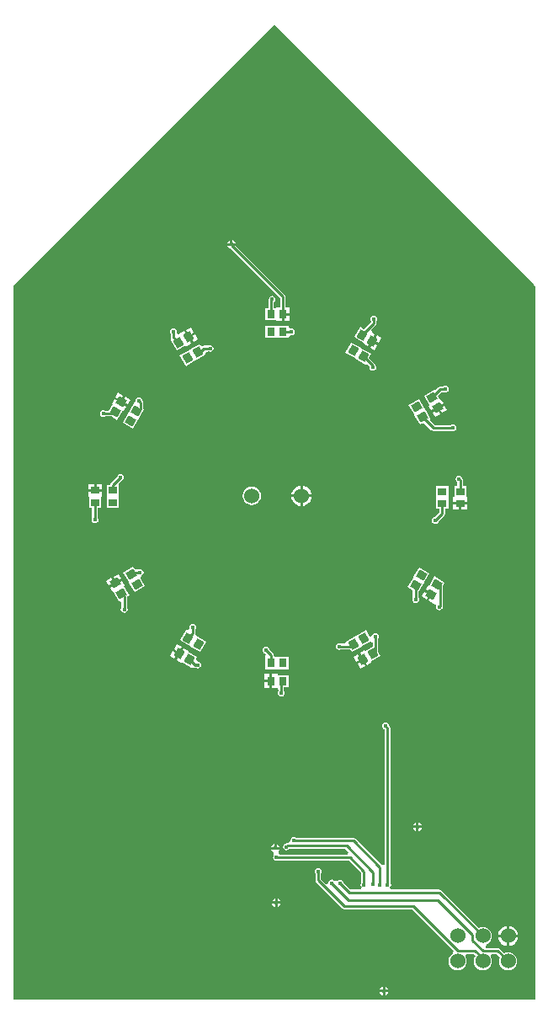
<source format=gtl>
G04*
G04 #@! TF.GenerationSoftware,Altium Limited,Altium Designer,18.1.9 (240)*
G04*
G04 Layer_Physical_Order=1*
G04 Layer_Color=255*
%FSLAX25Y25*%
%MOIN*%
G70*
G01*
G75*
%ADD10C,0.01000*%
G04:AMPARAMS|DCode=13|XSize=35.43mil|YSize=31.5mil|CornerRadius=0mil|HoleSize=0mil|Usage=FLASHONLY|Rotation=60.000|XOffset=0mil|YOffset=0mil|HoleType=Round|Shape=Rectangle|*
%AMROTATEDRECTD13*
4,1,4,0.00478,-0.02322,-0.02250,-0.00747,-0.00478,0.02322,0.02250,0.00747,0.00478,-0.02322,0.0*
%
%ADD13ROTATEDRECTD13*%

%ADD14R,0.03543X0.03150*%
G04:AMPARAMS|DCode=15|XSize=35.43mil|YSize=31.5mil|CornerRadius=0mil|HoleSize=0mil|Usage=FLASHONLY|Rotation=330.000|XOffset=0mil|YOffset=0mil|HoleType=Round|Shape=Rectangle|*
%AMROTATEDRECTD15*
4,1,4,-0.02322,-0.00478,-0.00747,0.02250,0.02322,0.00478,0.00747,-0.02250,-0.02322,-0.00478,0.0*
%
%ADD15ROTATEDRECTD15*%

%ADD16R,0.03150X0.03543*%
G04:AMPARAMS|DCode=17|XSize=35.43mil|YSize=31.5mil|CornerRadius=0mil|HoleSize=0mil|Usage=FLASHONLY|Rotation=30.000|XOffset=0mil|YOffset=0mil|HoleType=Round|Shape=Rectangle|*
%AMROTATEDRECTD17*
4,1,4,-0.00747,-0.02250,-0.02322,0.00478,0.00747,0.02250,0.02322,-0.00478,-0.00747,-0.02250,0.0*
%
%ADD17ROTATEDRECTD17*%

G04:AMPARAMS|DCode=18|XSize=35.43mil|YSize=31.5mil|CornerRadius=0mil|HoleSize=0mil|Usage=FLASHONLY|Rotation=300.000|XOffset=0mil|YOffset=0mil|HoleType=Round|Shape=Rectangle|*
%AMROTATEDRECTD18*
4,1,4,-0.02250,0.00747,0.00478,0.02322,0.02250,-0.00747,-0.00478,-0.02322,-0.02250,0.00747,0.0*
%
%ADD18ROTATEDRECTD18*%

%ADD26C,0.06000*%
%ADD27C,0.01500*%
G36*
X206700Y282500D02*
X206700Y0D01*
X-100D01*
Y282602D01*
X103249Y385951D01*
X206700Y282500D01*
D02*
G37*
%LPC*%
G36*
X86800Y300585D02*
Y299400D01*
X87985D01*
X87949Y299583D01*
X87562Y300162D01*
X86983Y300549D01*
X86800Y300585D01*
D02*
G37*
G36*
X85800D02*
X85617Y300549D01*
X85038Y300162D01*
X84651Y299583D01*
X84615Y299400D01*
X85800D01*
Y300585D01*
D02*
G37*
G36*
X88186Y298400D02*
X84615D01*
X84651Y298217D01*
X85038Y297638D01*
X85617Y297252D01*
X86298Y297116D01*
X105641Y277773D01*
Y274115D01*
X104187D01*
Y273715D01*
X103159D01*
Y276017D01*
X103473Y276227D01*
X103772Y276673D01*
X103876Y277200D01*
X103772Y277727D01*
X103473Y278173D01*
X103027Y278472D01*
X102500Y278576D01*
X101973Y278472D01*
X101527Y278173D01*
X101228Y277727D01*
X101166Y277413D01*
X101002Y277167D01*
X100916Y276738D01*
X100916Y276738D01*
Y273715D01*
X99863D01*
Y268972D01*
X104187D01*
Y268572D01*
X106262D01*
Y271343D01*
X106762D01*
Y271843D01*
X109337D01*
Y274115D01*
X107884D01*
Y278238D01*
X107884Y278238D01*
X107798Y278667D01*
X107555Y279031D01*
X88186Y298400D01*
D02*
G37*
G36*
X109337Y270843D02*
X107262D01*
Y268572D01*
X109337D01*
Y270843D01*
D02*
G37*
G36*
X142700Y270777D02*
X142173Y270672D01*
X141727Y270373D01*
X141428Y269927D01*
X141324Y269400D01*
X141428Y268873D01*
X141578Y268649D01*
Y268188D01*
X138856Y265466D01*
X137428Y266291D01*
X135057Y262183D01*
X138802Y260021D01*
X138602Y259675D01*
X140399Y258637D01*
X141784Y261037D01*
X143170Y263438D01*
X142057Y264081D01*
X141893Y265330D01*
X143493Y266931D01*
X143493Y266931D01*
X143736Y267295D01*
X143822Y267724D01*
Y268649D01*
X143972Y268873D01*
X144076Y269400D01*
X143972Y269927D01*
X143673Y270373D01*
X143227Y270672D01*
X142700Y270777D01*
D02*
G37*
G36*
X70344Y266137D02*
X68547Y265100D01*
X69683Y263133D01*
X71480Y264170D01*
X70344Y266137D01*
D02*
G37*
G36*
X104587Y266628D02*
X103587Y266628D01*
X99863D01*
Y261885D01*
X103587D01*
X104213Y261885D01*
X105213Y261885D01*
X108937D01*
Y262245D01*
X109128Y262449D01*
X109937Y262924D01*
X110157Y262880D01*
X110683Y262985D01*
X111130Y263283D01*
X111428Y263730D01*
X111533Y264257D01*
X111428Y264783D01*
X111130Y265230D01*
X110683Y265528D01*
X110157Y265633D01*
X109937Y265589D01*
X109128Y266065D01*
X108937Y266268D01*
Y266628D01*
X104587Y266628D01*
D02*
G37*
G36*
X71980Y263304D02*
X70183Y262267D01*
X71319Y260299D01*
X73116Y261337D01*
X71980Y263304D01*
D02*
G37*
G36*
X144036Y262938D02*
X142900Y260970D01*
X144697Y259933D01*
X145833Y261900D01*
X144036Y262938D01*
D02*
G37*
G36*
X63400Y265676D02*
X62873Y265572D01*
X62427Y265273D01*
X62128Y264827D01*
X62024Y264300D01*
X62128Y263773D01*
X62278Y263549D01*
Y262250D01*
X62278Y262250D01*
X62331Y261985D01*
X62339Y261054D01*
X62339Y261054D01*
X62339D01*
X64711Y256946D01*
X68456Y259108D01*
X68656Y258762D01*
X70453Y259799D01*
X69067Y262200D01*
X67681Y264600D01*
X65884Y263563D01*
X65884Y263563D01*
X65548Y263421D01*
X64751Y264171D01*
X64776Y264300D01*
X64672Y264827D01*
X64373Y265273D01*
X63927Y265572D01*
X63400Y265676D01*
D02*
G37*
G36*
X142400Y260104D02*
X141265Y258137D01*
X143061Y257100D01*
X144197Y259067D01*
X142400Y260104D01*
D02*
G37*
G36*
X73741Y259454D02*
X70516Y257592D01*
X69974Y257279D01*
X69108Y256779D01*
X65883Y254917D01*
X68254Y250809D01*
X71480Y252671D01*
X72021Y252984D01*
X72887Y253484D01*
X76113Y255346D01*
X76072Y255417D01*
X76555Y256371D01*
X77373Y256528D01*
X77900Y256423D01*
X78427Y256528D01*
X78873Y256827D01*
X79172Y257273D01*
X79276Y257800D01*
X79172Y258327D01*
X78873Y258773D01*
X78427Y259072D01*
X77900Y259176D01*
X77373Y259072D01*
X77149Y258922D01*
X75505D01*
X75076Y258836D01*
X74019Y259086D01*
X73907Y259166D01*
X73741Y259454D01*
D02*
G37*
G36*
X133885Y260154D02*
X131513Y256046D01*
X134739Y254184D01*
X135605Y253684D01*
X136146Y253371D01*
X139372Y251509D01*
X139372Y251509D01*
X140129Y251609D01*
X141009Y250729D01*
X140924Y250300D01*
X141028Y249773D01*
X141327Y249327D01*
X141773Y249028D01*
X142300Y248923D01*
X142827Y249028D01*
X143273Y249327D01*
X143572Y249773D01*
X143676Y250300D01*
X143572Y250827D01*
X143414Y251063D01*
X143336Y251454D01*
X143093Y251817D01*
X140847Y254064D01*
X141743Y255617D01*
X138518Y257479D01*
X137652Y257979D01*
X137110Y258292D01*
X133885Y260154D01*
D02*
G37*
G36*
X171000Y242976D02*
X170473Y242872D01*
X170249Y242722D01*
X169046D01*
X169046Y242722D01*
X168617Y242636D01*
X168253Y242393D01*
X168253Y242393D01*
X167161Y241301D01*
X166704Y241361D01*
X166704Y241361D01*
X162596Y238989D01*
X164759Y235244D01*
X164412Y235044D01*
X165450Y233247D01*
X167850Y234633D01*
X170250Y236019D01*
X169213Y237816D01*
X168867Y237616D01*
X168054Y239022D01*
X169511Y240478D01*
X170249D01*
X170473Y240328D01*
X171000Y240224D01*
X171527Y240328D01*
X171973Y240627D01*
X172272Y241073D01*
X172376Y241600D01*
X172272Y242127D01*
X171973Y242573D01*
X171527Y242872D01*
X171000Y242976D01*
D02*
G37*
G36*
X41500Y240233D02*
X40462Y238436D01*
X42430Y237300D01*
X43467Y239097D01*
X41500Y240233D01*
D02*
G37*
G36*
X44333Y238597D02*
X43295Y236800D01*
X45263Y235665D01*
X46300Y237461D01*
X44333Y238597D01*
D02*
G37*
G36*
X39962Y237570D02*
X38925Y235773D01*
X39271Y235573D01*
X37856Y233121D01*
X36451D01*
X36227Y233272D01*
X35700Y233377D01*
X35173Y233272D01*
X34727Y232973D01*
X34428Y232527D01*
X34324Y232000D01*
X34428Y231473D01*
X34727Y231027D01*
X35173Y230728D01*
X35700Y230624D01*
X36227Y230728D01*
X36451Y230878D01*
X38754D01*
X41217Y229457D01*
X43379Y233202D01*
X43725Y233002D01*
X44763Y234799D01*
X42362Y236184D01*
X39962Y237570D01*
D02*
G37*
G36*
X170750Y235153D02*
X168783Y234017D01*
X169820Y232220D01*
X171788Y233356D01*
X170750Y235153D01*
D02*
G37*
G36*
X167917Y233517D02*
X165950Y232381D01*
X166987Y230584D01*
X168954Y231720D01*
X167917Y233517D01*
D02*
G37*
G36*
X49800Y238476D02*
X49273Y238372D01*
X48827Y238073D01*
X48528Y237627D01*
X48424Y237100D01*
X48462Y236906D01*
X47783Y236143D01*
X47783Y236143D01*
X45921Y232918D01*
X45421Y232052D01*
X45108Y231510D01*
X43246Y228285D01*
X47354Y225913D01*
X49216Y229139D01*
X49716Y230005D01*
X50029Y230546D01*
X51891Y233772D01*
X51522Y233985D01*
Y236500D01*
X51522Y236500D01*
X51436Y236929D01*
X51193Y237293D01*
X51193Y237293D01*
X51124Y237362D01*
X51072Y237627D01*
X50773Y238073D01*
X50327Y238372D01*
X49800Y238476D01*
D02*
G37*
G36*
X160567Y237817D02*
X156459Y235446D01*
X158321Y232220D01*
X158634Y231679D01*
X159134Y230813D01*
X160996Y227587D01*
X162549Y228484D01*
X165526Y225507D01*
X165890Y225264D01*
X166320Y225178D01*
X166320Y225179D01*
X173249D01*
X173473Y225028D01*
X174000Y224923D01*
X174527Y225028D01*
X174973Y225327D01*
X175272Y225773D01*
X175376Y226300D01*
X175272Y226827D01*
X174973Y227273D01*
X174527Y227572D01*
X174000Y227677D01*
X173473Y227572D01*
X173249Y227421D01*
X166784D01*
X165004Y229201D01*
X165104Y229959D01*
X165104Y229959D01*
X163242Y233185D01*
X162929Y233726D01*
X162429Y234592D01*
X160567Y237817D01*
D02*
G37*
G36*
X42500Y208176D02*
X41973Y208072D01*
X41527Y207773D01*
X41228Y207327D01*
X41176Y207062D01*
X38707Y204593D01*
X38464Y204229D01*
X38378Y203800D01*
X37416Y203699D01*
X37128D01*
Y199975D01*
X37128Y199350D01*
X37128Y198350D01*
Y194625D01*
X41872D01*
Y198350D01*
X41872Y198975D01*
X41872Y199975D01*
Y203699D01*
X41872D01*
X41612Y204326D01*
X42762Y205476D01*
X43027Y205528D01*
X43473Y205827D01*
X43772Y206273D01*
X43876Y206800D01*
X43772Y207327D01*
X43473Y207773D01*
X43027Y208072D01*
X42500Y208176D01*
D02*
G37*
G36*
X35185Y204099D02*
X32913D01*
Y202024D01*
X35185D01*
Y204099D01*
D02*
G37*
G36*
X31913D02*
X29642D01*
Y202024D01*
X31913D01*
Y204099D01*
D02*
G37*
G36*
X114600Y203369D02*
Y199900D01*
X118069D01*
X117997Y200444D01*
X117594Y201417D01*
X116953Y202253D01*
X116117Y202894D01*
X115144Y203297D01*
X114600Y203369D01*
D02*
G37*
G36*
X113600D02*
X113056Y203297D01*
X112083Y202894D01*
X111247Y202253D01*
X110606Y201417D01*
X110203Y200444D01*
X110131Y199900D01*
X113600D01*
Y203369D01*
D02*
G37*
G36*
X176500Y207476D02*
X175973Y207372D01*
X175527Y207073D01*
X175228Y206627D01*
X175124Y206100D01*
X175228Y205573D01*
X175527Y205127D01*
X175822Y204930D01*
Y203337D01*
X174572D01*
Y199013D01*
X174172D01*
Y196938D01*
X179715D01*
Y199013D01*
X179315D01*
Y203337D01*
X178065D01*
Y205657D01*
X178065Y205657D01*
X177980Y206086D01*
X177837Y206299D01*
X177772Y206627D01*
X177473Y207073D01*
X177027Y207372D01*
X176500Y207476D01*
D02*
G37*
G36*
X94415Y203031D02*
X93475Y202907D01*
X92599Y202545D01*
X91847Y201968D01*
X91270Y201216D01*
X90908Y200340D01*
X90784Y199400D01*
X90908Y198460D01*
X91270Y197584D01*
X91847Y196832D01*
X92599Y196255D01*
X93475Y195893D01*
X94415Y195769D01*
X95355Y195893D01*
X96231Y196255D01*
X96983Y196832D01*
X97560Y197584D01*
X97922Y198460D01*
X98046Y199400D01*
X97922Y200340D01*
X97560Y201216D01*
X96983Y201968D01*
X96231Y202545D01*
X95355Y202907D01*
X94415Y203031D01*
D02*
G37*
G36*
X118069Y198900D02*
X114600D01*
Y195431D01*
X115144Y195503D01*
X116117Y195906D01*
X116953Y196547D01*
X117594Y197383D01*
X117997Y198356D01*
X118069Y198900D01*
D02*
G37*
G36*
X113600D02*
X110131D01*
X110203Y198356D01*
X110606Y197383D01*
X111247Y196547D01*
X112083Y195906D01*
X113056Y195503D01*
X113600Y195431D01*
Y198900D01*
D02*
G37*
G36*
X179715Y195938D02*
X177443D01*
Y193863D01*
X179715D01*
Y195938D01*
D02*
G37*
G36*
X176443D02*
X174172D01*
Y193863D01*
X176443D01*
Y195938D01*
D02*
G37*
G36*
X35185Y201024D02*
X32413D01*
X29642D01*
Y198950D01*
X30042D01*
Y194625D01*
X31178D01*
Y190651D01*
X31028Y190427D01*
X30924Y189900D01*
X31028Y189373D01*
X31327Y188927D01*
X31773Y188628D01*
X32300Y188524D01*
X32827Y188628D01*
X33273Y188927D01*
X33572Y189373D01*
X33676Y189900D01*
X33572Y190427D01*
X33422Y190651D01*
Y194625D01*
X34785D01*
Y198950D01*
X35185D01*
Y201024D01*
D02*
G37*
G36*
X172228Y203337D02*
X167485D01*
Y199613D01*
X167485Y198987D01*
X167485Y197987D01*
Y194263D01*
X168735D01*
Y192821D01*
X166838Y190924D01*
X166573Y190872D01*
X166127Y190573D01*
X165828Y190127D01*
X165724Y189600D01*
X165828Y189073D01*
X166127Y188627D01*
X166573Y188328D01*
X167100Y188224D01*
X167627Y188328D01*
X168073Y188627D01*
X168372Y189073D01*
X168424Y189338D01*
X170650Y191564D01*
X170650Y191564D01*
X170893Y191928D01*
X170978Y192357D01*
X170978Y192357D01*
Y194263D01*
X172228D01*
Y197987D01*
X172228Y198613D01*
X172228Y199613D01*
Y203337D01*
D02*
G37*
G36*
X41563Y168490D02*
X39596Y167354D01*
X40633Y165557D01*
X42601Y166693D01*
X41563Y168490D01*
D02*
G37*
G36*
X38730Y166854D02*
X36763Y165718D01*
X37800Y163921D01*
X39767Y165057D01*
X38730Y166854D01*
D02*
G37*
G36*
X166783Y167543D02*
X164621Y163798D01*
X164275Y163998D01*
X163237Y162201D01*
X165638Y160816D01*
X165387Y160383D01*
X165821Y160133D01*
X164533Y157903D01*
X166500Y156767D01*
D01*
X167419Y156358D01*
X167484Y156111D01*
X167428Y156027D01*
X167324Y155500D01*
X167428Y154973D01*
X167727Y154527D01*
X168173Y154228D01*
X168700Y154124D01*
X169227Y154228D01*
X169673Y154527D01*
X169972Y154973D01*
X170076Y155500D01*
X170031Y155730D01*
Y163682D01*
X170891Y165172D01*
X166783Y167543D01*
D02*
G37*
G36*
X47554Y171487D02*
X43446Y169115D01*
X45308Y165890D01*
X45621Y165348D01*
X46121Y164482D01*
X47983Y161257D01*
X52091Y163628D01*
X50280Y166766D01*
X50727Y167828D01*
X50795Y167874D01*
X51173Y168127D01*
X51472Y168573D01*
X51576Y169100D01*
X51472Y169627D01*
X51173Y170073D01*
X50727Y170372D01*
X50200Y170476D01*
X49673Y170372D01*
X49449Y170222D01*
X48284D01*
X47554Y171487D01*
D02*
G37*
G36*
X162737Y161335D02*
X161700Y159539D01*
X163667Y158403D01*
X164705Y160200D01*
X162737Y161335D01*
D02*
G37*
G36*
X160646Y171087D02*
X158784Y167861D01*
X158284Y166995D01*
X157971Y166454D01*
X156109Y163228D01*
X158178Y162033D01*
Y159151D01*
X158028Y158927D01*
X157924Y158400D01*
X158028Y157873D01*
X158327Y157427D01*
X158773Y157128D01*
X159300Y157024D01*
X159827Y157128D01*
X160273Y157427D01*
X160572Y157873D01*
X160676Y158400D01*
X160572Y158927D01*
X160422Y159151D01*
Y161211D01*
X162079Y164082D01*
X162579Y164948D01*
X162892Y165490D01*
X164754Y168715D01*
X160646Y171087D01*
D02*
G37*
G36*
X43101Y165827D02*
X40700Y164441D01*
X38300Y163055D01*
X39337Y161258D01*
X39684Y161458D01*
X41846Y157713D01*
X41912Y157752D01*
X42778Y157252D01*
Y155251D01*
X42628Y155027D01*
X42524Y154500D01*
X42628Y153973D01*
X42927Y153527D01*
X43373Y153228D01*
X43900Y153124D01*
X44427Y153228D01*
X44873Y153527D01*
X45172Y153973D01*
X45276Y154500D01*
X45172Y155027D01*
X45022Y155251D01*
Y159547D01*
X45954Y160085D01*
X43792Y163830D01*
X44138Y164030D01*
X43101Y165827D01*
D02*
G37*
G36*
X71100Y148776D02*
X70573Y148672D01*
X70127Y148373D01*
X69828Y147927D01*
X69724Y147400D01*
X69828Y146873D01*
X69130Y146119D01*
X68978Y146031D01*
X68528Y146291D01*
X66157Y142183D01*
X69382Y140321D01*
X70248Y139821D01*
X70790Y139508D01*
X74015Y137646D01*
X76387Y141754D01*
X73161Y143616D01*
X72818Y143815D01*
X72448Y144237D01*
X72166Y144745D01*
X72222Y145024D01*
X72222Y145024D01*
Y146649D01*
X72372Y146873D01*
X72476Y147400D01*
X72372Y147927D01*
X72073Y148373D01*
X71627Y148672D01*
X71100Y148776D01*
D02*
G37*
G36*
X139572Y146291D02*
X136346Y144429D01*
X135805Y144116D01*
X134939Y143616D01*
X131713Y141754D01*
Y141754D01*
X131233Y140922D01*
X129851D01*
X129627Y141072D01*
X129100Y141176D01*
X128573Y141072D01*
X128127Y140773D01*
X127828Y140327D01*
X127724Y139800D01*
X127828Y139273D01*
X128127Y138827D01*
X128573Y138528D01*
X129100Y138424D01*
X129627Y138528D01*
X129851Y138678D01*
X133489D01*
X134085Y137646D01*
X137310Y139508D01*
X137852Y139821D01*
X138718Y140321D01*
X141278Y141799D01*
X142278Y141222D01*
Y139671D01*
X139370Y137992D01*
X139170Y138338D01*
X137373Y137301D01*
X138759Y134900D01*
X140145Y132500D01*
X141942Y133537D01*
X141742Y133884D01*
X145487Y136046D01*
X144481Y137789D01*
X144522Y137995D01*
Y143049D01*
X144672Y143273D01*
X144776Y143800D01*
X144672Y144327D01*
X144373Y144773D01*
X143927Y145072D01*
X143400Y145176D01*
X142873Y145072D01*
X142427Y144773D01*
X142128Y144327D01*
X142060Y143982D01*
X141463Y143746D01*
X141063Y143708D01*
X139572Y146291D01*
D02*
G37*
G36*
X64839Y140700D02*
X63703Y138733D01*
X65500Y137696D01*
X66635Y139663D01*
X64839Y140700D01*
D02*
G37*
G36*
X63203Y137867D02*
X62067Y135900D01*
X63864Y134862D01*
X65000Y136829D01*
X63203Y137867D01*
D02*
G37*
G36*
X136507Y136801D02*
X134710Y135763D01*
X135846Y133796D01*
X137643Y134833D01*
X136507Y136801D01*
D02*
G37*
G36*
X67501Y139163D02*
X66116Y136762D01*
X64730Y134362D01*
X66527Y133325D01*
X66727Y133671D01*
X70472Y131509D01*
Y131509D01*
X71495Y131464D01*
X71924Y131378D01*
X72249D01*
X72473Y131228D01*
X73000Y131124D01*
X73527Y131228D01*
X73973Y131527D01*
X74272Y131973D01*
X74376Y132500D01*
X74272Y133027D01*
X73973Y133473D01*
X73527Y133772D01*
X73000Y133876D01*
X72992Y133875D01*
X72353Y134767D01*
X72843Y135617D01*
X69098Y137779D01*
X69298Y138125D01*
X67501Y139163D01*
D02*
G37*
G36*
X138143Y133967D02*
X136346Y132930D01*
X137482Y130963D01*
X139279Y132000D01*
X138143Y133967D01*
D02*
G37*
G36*
X100000Y139776D02*
X99473Y139672D01*
X99027Y139373D01*
X98728Y138927D01*
X98624Y138400D01*
X98728Y137873D01*
X99027Y137427D01*
X99473Y137128D01*
X99511Y137121D01*
X99895Y136536D01*
X99825Y135558D01*
X99825D01*
Y130815D01*
X103550D01*
X104175Y130815D01*
X105175Y130815D01*
X108899D01*
Y135558D01*
X105175D01*
X104550Y135558D01*
X103626Y135558D01*
X103122Y136400D01*
X103036Y136829D01*
X102793Y137193D01*
X102793Y137193D01*
X101324Y138662D01*
X101272Y138927D01*
X100973Y139373D01*
X100527Y139672D01*
X100000Y139776D01*
D02*
G37*
G36*
X101500Y128872D02*
X99425D01*
Y126600D01*
X101500D01*
Y128872D01*
D02*
G37*
G36*
Y125600D02*
X99425D01*
Y123328D01*
X101500D01*
Y125600D01*
D02*
G37*
G36*
X104575Y128872D02*
X102500D01*
Y126100D01*
Y123328D01*
X104575D01*
X104978Y122495D01*
Y122151D01*
X104828Y121927D01*
X104724Y121400D01*
X104828Y120873D01*
X105127Y120427D01*
X105573Y120128D01*
X106100Y120024D01*
X106627Y120128D01*
X107073Y120427D01*
X107372Y120873D01*
X107476Y121400D01*
X107372Y121927D01*
X107222Y122151D01*
Y123728D01*
X108899D01*
Y128472D01*
X104575D01*
Y128872D01*
D02*
G37*
G36*
X160550Y70134D02*
Y68950D01*
X161734D01*
X161698Y69132D01*
X161311Y69711D01*
X160732Y70098D01*
X160550Y70134D01*
D02*
G37*
G36*
X159550D02*
X159367Y70098D01*
X158788Y69711D01*
X158401Y69132D01*
X158365Y68950D01*
X159550D01*
Y70134D01*
D02*
G37*
G36*
X161734Y67950D02*
X160550D01*
Y66765D01*
X160732Y66801D01*
X161311Y67188D01*
X161698Y67767D01*
X161734Y67950D01*
D02*
G37*
G36*
X159550D02*
X158365D01*
X158401Y67767D01*
X158788Y67188D01*
X159367Y66801D01*
X159550Y66765D01*
Y67950D01*
D02*
G37*
G36*
X104300Y61585D02*
Y60400D01*
X105485D01*
X105448Y60583D01*
X105062Y61162D01*
X104483Y61549D01*
X104300Y61585D01*
D02*
G37*
G36*
X103300D02*
X103117Y61549D01*
X102538Y61162D01*
X102152Y60583D01*
X102115Y60400D01*
X103300D01*
Y61585D01*
D02*
G37*
G36*
X147300Y109776D02*
X146773Y109672D01*
X146327Y109373D01*
X146028Y108927D01*
X145924Y108400D01*
X146028Y107873D01*
X146327Y107427D01*
X146773Y107128D01*
X147038Y107076D01*
X147067Y107047D01*
Y53486D01*
X146067Y53183D01*
X145993Y53293D01*
X145993Y53293D01*
X135493Y63793D01*
X135129Y64036D01*
X134700Y64122D01*
X134700Y64122D01*
X111951D01*
X111727Y64272D01*
X111200Y64376D01*
X110673Y64272D01*
X110227Y63973D01*
X109928Y63527D01*
X109824Y63000D01*
X109829Y62972D01*
X109196Y62038D01*
X109086Y61972D01*
X108551D01*
X108122Y61887D01*
X108066Y61850D01*
X107673Y61772D01*
X107227Y61473D01*
X106928Y61027D01*
X106824Y60500D01*
X106928Y59973D01*
X107227Y59527D01*
X107673Y59228D01*
X108200Y59124D01*
X108727Y59228D01*
X109173Y59527D01*
X109309Y59729D01*
X131485D01*
X132792Y58422D01*
X132378Y57422D01*
X105421D01*
X104897Y58399D01*
X104928Y58549D01*
X105062Y58638D01*
X105448Y59217D01*
X105485Y59400D01*
X102115D01*
X102152Y59217D01*
X102538Y58638D01*
X103004Y58327D01*
X103208Y57437D01*
X103227Y57273D01*
X102928Y56827D01*
X102823Y56300D01*
X102928Y55773D01*
X103227Y55327D01*
X103673Y55028D01*
X104200Y54924D01*
X104727Y55028D01*
X104951Y55178D01*
X132935D01*
X137752Y50361D01*
Y46263D01*
X137602Y46038D01*
X137498Y45512D01*
X137602Y44985D01*
X137901Y44539D01*
X137926Y44522D01*
X137623Y43522D01*
X133446D01*
X130615Y46352D01*
X130562Y46617D01*
X130264Y47064D01*
X129817Y47362D01*
X129291Y47467D01*
X128764Y47362D01*
X128317Y47064D01*
X128288Y47020D01*
X128278Y47016D01*
X127162Y47043D01*
X127114Y47114D01*
X126668Y47413D01*
X126141Y47517D01*
X125614Y47413D01*
X125168Y47114D01*
X124869Y46668D01*
X124765Y46141D01*
X124766Y46135D01*
X123844Y45642D01*
X121822Y47665D01*
Y49949D01*
X121972Y50173D01*
X122076Y50700D01*
X121972Y51227D01*
X121673Y51673D01*
X121227Y51972D01*
X120700Y52076D01*
X120173Y51972D01*
X119727Y51673D01*
X119428Y51227D01*
X119324Y50700D01*
X119428Y50173D01*
X119578Y49949D01*
Y47200D01*
X119578Y47200D01*
X119664Y46771D01*
X119907Y46407D01*
X130207Y36107D01*
X130571Y35864D01*
X131000Y35778D01*
X131000Y35778D01*
X157937D01*
X174229Y19487D01*
X174091Y18399D01*
X174012Y18289D01*
X173332Y17767D01*
X172755Y17016D01*
X172393Y16140D01*
X172269Y15200D01*
X172393Y14260D01*
X172755Y13385D01*
X173332Y12632D01*
X174084Y12055D01*
X174960Y11693D01*
X175900Y11569D01*
X176840Y11693D01*
X177716Y12055D01*
X178468Y12632D01*
X179045Y13385D01*
X179407Y14260D01*
X179531Y15200D01*
X179407Y16140D01*
X179045Y17016D01*
X178920Y17178D01*
X179413Y18179D01*
X182335D01*
X183078Y17436D01*
X182755Y17016D01*
X182393Y16140D01*
X182269Y15200D01*
X182393Y14260D01*
X182755Y13385D01*
X183332Y12632D01*
X184084Y12055D01*
X184960Y11693D01*
X185900Y11569D01*
X186840Y11693D01*
X187715Y12055D01*
X188468Y12632D01*
X189045Y13385D01*
X189407Y14260D01*
X189531Y15200D01*
X189407Y16140D01*
X189045Y17016D01*
X188920Y17178D01*
X189413Y18179D01*
X191335D01*
X192680Y16834D01*
X192393Y16140D01*
X192269Y15200D01*
X192393Y14260D01*
X192755Y13385D01*
X193332Y12632D01*
X194085Y12055D01*
X194960Y11693D01*
X195900Y11569D01*
X196840Y11693D01*
X197715Y12055D01*
X198468Y12632D01*
X199045Y13385D01*
X199407Y14260D01*
X199531Y15200D01*
X199407Y16140D01*
X199045Y17016D01*
X198468Y17767D01*
X197715Y18345D01*
X196840Y18707D01*
X195900Y18831D01*
X194960Y18707D01*
X194266Y18420D01*
X192593Y20093D01*
X192229Y20336D01*
X191800Y20422D01*
X191800Y20422D01*
X187270D01*
X187040Y20742D01*
X187030Y20794D01*
X187418Y21932D01*
X187715Y22055D01*
X188468Y22633D01*
X189045Y23384D01*
X189407Y24260D01*
X189531Y25200D01*
X189407Y26140D01*
X189045Y27016D01*
X188468Y27768D01*
X187715Y28345D01*
X186840Y28707D01*
X185900Y28831D01*
X184960Y28707D01*
X184266Y28420D01*
X169493Y43193D01*
X169129Y43436D01*
X168700Y43522D01*
X168700Y43522D01*
X149440D01*
X149136Y44522D01*
X149162Y44539D01*
X149460Y44985D01*
X149565Y45512D01*
X149460Y46038D01*
X149310Y46263D01*
Y107512D01*
X149310Y107512D01*
X149224Y107941D01*
X148981Y108305D01*
X148624Y108662D01*
X148572Y108927D01*
X148273Y109373D01*
X147827Y109672D01*
X147300Y109776D01*
D02*
G37*
G36*
X104700Y40085D02*
Y38900D01*
X105885D01*
X105849Y39083D01*
X105462Y39662D01*
X104883Y40049D01*
X104700Y40085D01*
D02*
G37*
G36*
X103700D02*
X103517Y40049D01*
X102938Y39662D01*
X102551Y39083D01*
X102515Y38900D01*
X103700D01*
Y40085D01*
D02*
G37*
G36*
X105885Y37900D02*
X104700D01*
Y36715D01*
X104883Y36751D01*
X105462Y37138D01*
X105849Y37717D01*
X105885Y37900D01*
D02*
G37*
G36*
X103700D02*
X102515D01*
X102551Y37717D01*
X102938Y37138D01*
X103517Y36751D01*
X103700Y36715D01*
Y37900D01*
D02*
G37*
G36*
X196400Y29169D02*
Y25700D01*
X199869D01*
X199797Y26244D01*
X199394Y27217D01*
X198753Y28053D01*
X197917Y28694D01*
X196944Y29097D01*
X196400Y29169D01*
D02*
G37*
G36*
X195400D02*
X194856Y29097D01*
X193883Y28694D01*
X193047Y28053D01*
X192406Y27217D01*
X192003Y26244D01*
X191931Y25700D01*
X195400D01*
Y29169D01*
D02*
G37*
G36*
X199869Y24700D02*
X196400D01*
Y21231D01*
X196944Y21303D01*
X197917Y21706D01*
X198753Y22347D01*
X199394Y23183D01*
X199797Y24156D01*
X199869Y24700D01*
D02*
G37*
G36*
X195400D02*
X191931D01*
X192003Y24156D01*
X192406Y23183D01*
X193047Y22347D01*
X193883Y21706D01*
X194856Y21303D01*
X195400Y21231D01*
Y24700D01*
D02*
G37*
G36*
X147238Y5123D02*
Y3938D01*
X148423D01*
X148386Y4121D01*
X148000Y4699D01*
X147421Y5086D01*
X147238Y5123D01*
D02*
G37*
G36*
X146238D02*
X146055Y5086D01*
X145476Y4699D01*
X145089Y4121D01*
X145053Y3938D01*
X146238D01*
Y5123D01*
D02*
G37*
G36*
X148423Y2938D02*
X147238D01*
Y1753D01*
X147421Y1789D01*
X148000Y2176D01*
X148386Y2755D01*
X148423Y2938D01*
D02*
G37*
G36*
X146238D02*
X145053D01*
X145089Y2755D01*
X145476Y2176D01*
X146055Y1789D01*
X146238Y1753D01*
Y2938D01*
D02*
G37*
%LPD*%
D10*
X108200Y60500D02*
X108551Y60851D01*
X131949D01*
X104200Y56300D02*
X133400D01*
X138874Y45512D02*
Y50826D01*
X133400Y56300D02*
X138874Y50826D01*
X120700Y47200D02*
Y50700D01*
Y47200D02*
X131000Y36900D01*
X131949Y60851D02*
X142400Y50400D01*
Y45600D02*
Y50400D01*
X145200Y45300D02*
Y52500D01*
X134700Y63000D02*
X145200Y52500D01*
X111200Y63000D02*
X134700D01*
X191800Y19300D02*
X195900Y15200D01*
X186002Y19300D02*
X191800D01*
X185900Y15200D02*
Y16200D01*
X182800Y19300D02*
X185900Y16200D01*
X176002Y19300D02*
X182800D01*
X158402Y36900D02*
X176002Y19300D01*
X131000Y36900D02*
X158402D01*
X132981Y42400D02*
X168700D01*
X129291Y46091D02*
X132981Y42400D01*
X126141Y46141D02*
X132882Y39400D01*
X181800Y23502D02*
X186002Y19300D01*
X181800Y23502D02*
Y25700D01*
X168100Y39400D02*
X181800Y25700D01*
X132882Y39400D02*
X168100D01*
X168700Y42400D02*
X185900Y25200D01*
X147300Y108400D02*
X148188Y107512D01*
Y45512D02*
Y107512D01*
X176500Y206100D02*
X176943Y205657D01*
Y201162D02*
Y205657D01*
X167100Y189600D02*
X169857Y192357D01*
Y196438D01*
X49800Y237100D02*
X50400Y236500D01*
Y233824D02*
Y236500D01*
X49350Y232774D02*
X50400Y233824D01*
X65483Y259188D02*
Y260167D01*
X63400Y262250D02*
X65483Y260167D01*
X63400Y262250D02*
Y264300D01*
X86300Y298700D02*
Y298900D01*
Y298700D02*
X106762Y278238D01*
Y271343D02*
Y278238D01*
Y264257D02*
X110157D01*
X102038Y276738D02*
X102500Y277200D01*
X102038Y271343D02*
Y276738D01*
X73117Y255413D02*
X75505Y257800D01*
X77900D01*
X40624Y232000D02*
X40850Y232226D01*
X35700Y232000D02*
X40624D01*
X39500Y201524D02*
Y203800D01*
X42500Y206800D01*
X32300Y196687D02*
X32413Y196800D01*
X32300Y189900D02*
Y196687D01*
X46587Y168417D02*
X47270Y169100D01*
X50200D01*
X42812Y160783D02*
X43900Y159695D01*
Y154500D02*
Y159695D01*
X69226Y143150D02*
X71100Y145024D01*
Y147400D01*
X69774Y134650D02*
X71924Y132500D01*
X73000D01*
X100000Y138400D02*
X102000Y136400D01*
Y133187D02*
Y136400D01*
X106100Y125476D02*
X106724Y126100D01*
X106100Y121400D02*
Y125476D01*
X133795Y139800D02*
X134783Y140787D01*
X129100Y139800D02*
X133795D01*
X142417Y137013D02*
X143400Y137995D01*
Y143800D01*
X159300Y164776D02*
X159350Y164826D01*
X159300Y158400D02*
Y164776D01*
X167850Y165374D02*
X168700Y164524D01*
X168909D01*
Y155709D02*
Y164524D01*
X168700Y155500D02*
X168909Y155709D01*
X166320Y226300D02*
X174000D01*
X161963Y230657D02*
X166320Y226300D01*
X165738Y238291D02*
X169046Y241600D01*
X171000D01*
X138126Y263150D02*
X142700Y267724D01*
Y269400D01*
X138674Y254650D02*
X142300Y251024D01*
Y250300D02*
Y251024D01*
D13*
X138126Y263150D02*
D03*
X134583Y257013D02*
D03*
X142217Y260788D02*
D03*
X138674Y254650D02*
D03*
X69774Y134650D02*
D03*
X73317Y140787D02*
D03*
X65683Y137013D02*
D03*
X69226Y143150D02*
D03*
D14*
X176943Y201162D02*
D03*
X169857D02*
D03*
X176943Y196438D02*
D03*
X169857D02*
D03*
X32413Y196800D02*
D03*
X39500D02*
D03*
X32413Y201524D02*
D03*
X39500D02*
D03*
D15*
X167750Y164474D02*
D03*
X161612Y168017D02*
D03*
X165387Y160383D02*
D03*
X159250Y163926D02*
D03*
X40250Y232526D02*
D03*
X46387Y228983D02*
D03*
X42612Y236617D02*
D03*
X48750Y233074D02*
D03*
D16*
X106724Y126100D02*
D03*
Y133187D02*
D03*
X102000Y126100D02*
D03*
Y133187D02*
D03*
X102038Y271343D02*
D03*
Y264257D02*
D03*
X106762Y271343D02*
D03*
Y264257D02*
D03*
D17*
X165738Y238291D02*
D03*
X159601Y234748D02*
D03*
X168100Y234200D02*
D03*
X161963Y230657D02*
D03*
X42812Y160783D02*
D03*
X48950Y164326D02*
D03*
X40450Y164874D02*
D03*
X46587Y168417D02*
D03*
D18*
X142417Y137013D02*
D03*
X138874Y143150D02*
D03*
X138326Y134650D02*
D03*
X134783Y140787D02*
D03*
X65409Y260087D02*
D03*
X68952Y253950D02*
D03*
X69500Y262450D02*
D03*
X73043Y256312D02*
D03*
D26*
X114100Y199400D02*
D03*
X94415D02*
D03*
X175900Y25200D02*
D03*
Y15200D02*
D03*
X185900Y25200D02*
D03*
Y15200D02*
D03*
X195900Y25200D02*
D03*
Y15200D02*
D03*
D27*
X103800Y59900D02*
D03*
X108200Y60500D02*
D03*
X104200Y56300D02*
D03*
X146738Y3438D02*
D03*
X145200Y45300D02*
D03*
X142400Y45600D02*
D03*
X138874Y45512D02*
D03*
X120700Y50700D02*
D03*
X111200Y63000D02*
D03*
X129291Y46091D02*
D03*
X126141Y46141D02*
D03*
X160050Y68450D02*
D03*
X147300Y108400D02*
D03*
X148188Y45512D02*
D03*
X176500Y206100D02*
D03*
X110157Y264257D02*
D03*
X86300Y298900D02*
D03*
X104200Y38400D02*
D03*
X102500Y277200D02*
D03*
X77900Y257800D02*
D03*
X63400Y264300D02*
D03*
X49800Y237100D02*
D03*
X35700Y232000D02*
D03*
X42500Y206800D02*
D03*
X32300Y189900D02*
D03*
X43900Y154500D02*
D03*
X50200Y169100D02*
D03*
X73000Y132500D02*
D03*
X71100Y147400D02*
D03*
X100000Y138400D02*
D03*
X106100Y121400D02*
D03*
X159300Y158400D02*
D03*
X129100Y139800D02*
D03*
X143400Y143800D02*
D03*
X168700Y155500D02*
D03*
X167100Y189600D02*
D03*
X174000Y226300D02*
D03*
X171000Y241600D02*
D03*
X142700Y269400D02*
D03*
X142300Y250300D02*
D03*
M02*

</source>
